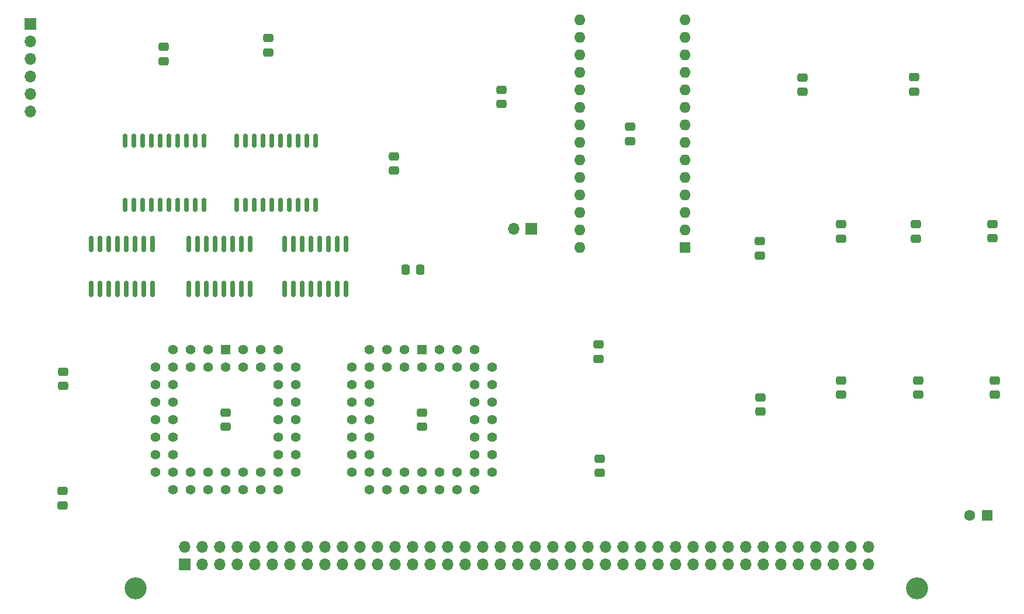
<source format=gbs>
G04 #@! TF.GenerationSoftware,KiCad,Pcbnew,8.0.4-8.0.4-0~ubuntu22.04.1*
G04 #@! TF.CreationDate,2024-08-01T15:45:40-04:00*
G04 #@! TF.ProjectId,HW_VGA,48575f56-4741-42e6-9b69-6361645f7063,1*
G04 #@! TF.SameCoordinates,Original*
G04 #@! TF.FileFunction,Soldermask,Bot*
G04 #@! TF.FilePolarity,Negative*
%FSLAX46Y46*%
G04 Gerber Fmt 4.6, Leading zero omitted, Abs format (unit mm)*
G04 Created by KiCad (PCBNEW 8.0.4-8.0.4-0~ubuntu22.04.1) date 2024-08-01 15:45:40*
%MOMM*%
%LPD*%
G01*
G04 APERTURE LIST*
G04 Aperture macros list*
%AMRoundRect*
0 Rectangle with rounded corners*
0 $1 Rounding radius*
0 $2 $3 $4 $5 $6 $7 $8 $9 X,Y pos of 4 corners*
0 Add a 4 corners polygon primitive as box body*
4,1,4,$2,$3,$4,$5,$6,$7,$8,$9,$2,$3,0*
0 Add four circle primitives for the rounded corners*
1,1,$1+$1,$2,$3*
1,1,$1+$1,$4,$5*
1,1,$1+$1,$6,$7*
1,1,$1+$1,$8,$9*
0 Add four rect primitives between the rounded corners*
20,1,$1+$1,$2,$3,$4,$5,0*
20,1,$1+$1,$4,$5,$6,$7,0*
20,1,$1+$1,$6,$7,$8,$9,0*
20,1,$1+$1,$8,$9,$2,$3,0*%
G04 Aperture macros list end*
%ADD10C,3.200000*%
%ADD11R,1.422400X1.422400*%
%ADD12C,1.422400*%
%ADD13R,1.600000X1.600000*%
%ADD14O,1.600000X1.600000*%
%ADD15R,1.700000X1.700000*%
%ADD16O,1.700000X1.700000*%
%ADD17C,1.600000*%
%ADD18RoundRect,0.250000X0.475000X-0.337500X0.475000X0.337500X-0.475000X0.337500X-0.475000X-0.337500X0*%
%ADD19RoundRect,0.250000X-0.475000X0.337500X-0.475000X-0.337500X0.475000X-0.337500X0.475000X0.337500X0*%
%ADD20RoundRect,0.150000X-0.150000X0.875000X-0.150000X-0.875000X0.150000X-0.875000X0.150000X0.875000X0*%
%ADD21RoundRect,0.150000X-0.150000X1.050000X-0.150000X-1.050000X0.150000X-1.050000X0.150000X1.050000X0*%
%ADD22RoundRect,0.250000X-0.337500X-0.475000X0.337500X-0.475000X0.337500X0.475000X-0.337500X0.475000X0*%
G04 APERTURE END LIST*
D10*
X195100000Y-144920000D03*
X81900000Y-144920000D03*
D11*
X94880000Y-110270000D03*
D12*
X94880000Y-112810000D03*
X92340000Y-110270000D03*
X92340000Y-112810000D03*
X89800000Y-110270000D03*
X89800000Y-112810000D03*
X87260000Y-110270000D03*
X84720000Y-112810000D03*
X87260000Y-112810000D03*
X84720000Y-115350000D03*
X87260000Y-115350000D03*
X84720000Y-117890000D03*
X87260000Y-117890000D03*
X84720000Y-120430000D03*
X87260000Y-120430000D03*
X84720000Y-122970000D03*
X87260000Y-122970000D03*
X84720000Y-125510000D03*
X87260000Y-125510000D03*
X84720000Y-128050000D03*
X87260000Y-130590000D03*
X87260000Y-128050000D03*
X89800000Y-130590000D03*
X89800000Y-128050000D03*
X92340000Y-130590000D03*
X92340000Y-128050000D03*
X94880000Y-130590000D03*
X94880000Y-128050000D03*
X97420000Y-130590000D03*
X97420000Y-128050000D03*
X99960000Y-130590000D03*
X99960000Y-128050000D03*
X102500000Y-130590000D03*
X105040000Y-128050000D03*
X102500000Y-128050000D03*
X105040000Y-125510000D03*
X102500000Y-125510000D03*
X105040000Y-122970000D03*
X102500000Y-122970000D03*
X105040000Y-120430000D03*
X102500000Y-120430000D03*
X105040000Y-117890000D03*
X102500000Y-117890000D03*
X105040000Y-115350000D03*
X102500000Y-115350000D03*
X105040000Y-112810000D03*
X102500000Y-110270000D03*
X102500000Y-112810000D03*
X99960000Y-110270000D03*
X99960000Y-112810000D03*
X97420000Y-110270000D03*
X97420000Y-112810000D03*
D13*
X161425000Y-95500000D03*
D14*
X161425000Y-92960000D03*
X161425000Y-90420000D03*
X161425000Y-87880000D03*
X161425000Y-85340000D03*
X161425000Y-82800000D03*
X161425000Y-80260000D03*
X161425000Y-77720000D03*
X161425000Y-75180000D03*
X161425000Y-72640000D03*
X161425000Y-70100000D03*
X161425000Y-67560000D03*
X161425000Y-65020000D03*
X161425000Y-62480000D03*
X146185000Y-62480000D03*
X146185000Y-65020000D03*
X146185000Y-67560000D03*
X146185000Y-70100000D03*
X146185000Y-72640000D03*
X146185000Y-75180000D03*
X146185000Y-77720000D03*
X146185000Y-80260000D03*
X146185000Y-82800000D03*
X146185000Y-85340000D03*
X146185000Y-87880000D03*
X146185000Y-90420000D03*
X146185000Y-92960000D03*
X146185000Y-95500000D03*
D11*
X123340000Y-110270000D03*
D12*
X123340000Y-112810000D03*
X120800000Y-110270000D03*
X120800000Y-112810000D03*
X118260000Y-110270000D03*
X118260000Y-112810000D03*
X115720000Y-110270000D03*
X113180000Y-112810000D03*
X115720000Y-112810000D03*
X113180000Y-115350000D03*
X115720000Y-115350000D03*
X113180000Y-117890000D03*
X115720000Y-117890000D03*
X113180000Y-120430000D03*
X115720000Y-120430000D03*
X113180000Y-122970000D03*
X115720000Y-122970000D03*
X113180000Y-125510000D03*
X115720000Y-125510000D03*
X113180000Y-128050000D03*
X115720000Y-130590000D03*
X115720000Y-128050000D03*
X118260000Y-130590000D03*
X118260000Y-128050000D03*
X120800000Y-130590000D03*
X120800000Y-128050000D03*
X123340000Y-130590000D03*
X123340000Y-128050000D03*
X125880000Y-130590000D03*
X125880000Y-128050000D03*
X128420000Y-130590000D03*
X128420000Y-128050000D03*
X130960000Y-130590000D03*
X133500000Y-128050000D03*
X130960000Y-128050000D03*
X133500000Y-125510000D03*
X130960000Y-125510000D03*
X133500000Y-122970000D03*
X130960000Y-122970000D03*
X133500000Y-120430000D03*
X130960000Y-120430000D03*
X133500000Y-117890000D03*
X130960000Y-117890000D03*
X133500000Y-115350000D03*
X130960000Y-115350000D03*
X133500000Y-112810000D03*
X130960000Y-110270000D03*
X130960000Y-112810000D03*
X128420000Y-110270000D03*
X128420000Y-112810000D03*
X125880000Y-110270000D03*
X125880000Y-112810000D03*
D15*
X88970000Y-141420000D03*
D16*
X88970000Y-138880000D03*
X91510000Y-141420000D03*
X91510000Y-138880000D03*
X94050000Y-141420000D03*
X94050000Y-138880000D03*
X96590000Y-141420000D03*
X96590000Y-138880000D03*
X99130000Y-141420000D03*
X99130000Y-138880000D03*
X101670000Y-141420000D03*
X101670000Y-138880000D03*
X104210000Y-141420000D03*
X104210000Y-138880000D03*
X106750000Y-141420000D03*
X106750000Y-138880000D03*
X109290000Y-141420000D03*
X109290000Y-138880000D03*
X111830000Y-141420000D03*
X111830000Y-138880000D03*
X114370000Y-141420000D03*
X114370000Y-138880000D03*
X116910000Y-141420000D03*
X116910000Y-138880000D03*
X119450000Y-141420000D03*
X119450000Y-138880000D03*
X121990000Y-141420000D03*
X121990000Y-138880000D03*
X124530000Y-141420000D03*
X124530000Y-138880000D03*
X127070000Y-141420000D03*
X127070000Y-138880000D03*
X129610000Y-141420000D03*
X129610000Y-138880000D03*
X132150000Y-141420000D03*
X132150000Y-138880000D03*
X134690000Y-141420000D03*
X134690000Y-138880000D03*
X137230000Y-141420000D03*
X137230000Y-138880000D03*
X139770000Y-141420000D03*
X139770000Y-138880000D03*
X142310000Y-141420000D03*
X142310000Y-138880000D03*
X144850000Y-141420000D03*
X144850000Y-138880000D03*
X147390000Y-141420000D03*
X147390000Y-138880000D03*
X149930000Y-141420000D03*
X149930000Y-138880000D03*
X152470000Y-141420000D03*
X152470000Y-138880000D03*
X155010000Y-141420000D03*
X155010000Y-138880000D03*
X157550000Y-141420000D03*
X157550000Y-138880000D03*
X160090000Y-141420000D03*
X160090000Y-138880000D03*
X162630000Y-141420000D03*
X162630000Y-138880000D03*
X165170000Y-141420000D03*
X165170000Y-138880000D03*
X167710000Y-141420000D03*
X167710000Y-138880000D03*
X170250000Y-141420000D03*
X170250000Y-138880000D03*
X172790000Y-141420000D03*
X172790000Y-138880000D03*
X175330000Y-141420000D03*
X175330000Y-138880000D03*
X177870000Y-141420000D03*
X177870000Y-138880000D03*
X180410000Y-141420000D03*
X180410000Y-138880000D03*
X182950000Y-141420000D03*
X182950000Y-138880000D03*
X185490000Y-141420000D03*
X185490000Y-138880000D03*
X188030000Y-141420000D03*
X188030000Y-138880000D03*
D15*
X66600000Y-63020000D03*
D16*
X66600000Y-65560000D03*
X66600000Y-68100000D03*
X66600000Y-70640000D03*
X66600000Y-73180000D03*
X66600000Y-75720000D03*
D15*
X139140000Y-92800000D03*
D16*
X136600000Y-92800000D03*
D13*
X205200000Y-134320000D03*
D17*
X202700000Y-134320000D03*
D18*
X85900000Y-68427500D03*
X85900000Y-66352500D03*
D19*
X178475000Y-70812500D03*
X178475000Y-72887500D03*
X94880000Y-119392500D03*
X94880000Y-121467500D03*
X148900000Y-109562500D03*
X148900000Y-111637500D03*
X206325000Y-114750000D03*
X206325000Y-116825000D03*
X195225000Y-114750000D03*
X195225000Y-116825000D03*
X184025000Y-114750000D03*
X184025000Y-116825000D03*
D20*
X80310000Y-79950000D03*
X81580000Y-79950000D03*
X82850000Y-79950000D03*
X84120000Y-79950000D03*
X85390000Y-79950000D03*
X86660000Y-79950000D03*
X87930000Y-79950000D03*
X89200000Y-79950000D03*
X90470000Y-79950000D03*
X91740000Y-79950000D03*
X91740000Y-89250000D03*
X90470000Y-89250000D03*
X89200000Y-89250000D03*
X87930000Y-89250000D03*
X86660000Y-89250000D03*
X85390000Y-89250000D03*
X84120000Y-89250000D03*
X82850000Y-89250000D03*
X81580000Y-89250000D03*
X80310000Y-89250000D03*
D19*
X123340000Y-119392500D03*
X123340000Y-121467500D03*
X71300000Y-130802500D03*
X71300000Y-132877500D03*
D20*
X96470000Y-79950000D03*
X97740000Y-79950000D03*
X99010000Y-79950000D03*
X100280000Y-79950000D03*
X101550000Y-79950000D03*
X102820000Y-79950000D03*
X104090000Y-79950000D03*
X105360000Y-79950000D03*
X106630000Y-79950000D03*
X107900000Y-79950000D03*
X107900000Y-89250000D03*
X106630000Y-89250000D03*
X105360000Y-89250000D03*
X104090000Y-89250000D03*
X102820000Y-89250000D03*
X101550000Y-89250000D03*
X100280000Y-89250000D03*
X99010000Y-89250000D03*
X97740000Y-89250000D03*
X96470000Y-89250000D03*
D21*
X75385000Y-95000000D03*
X76655000Y-95000000D03*
X77925000Y-95000000D03*
X79195000Y-95000000D03*
X80465000Y-95000000D03*
X81735000Y-95000000D03*
X83005000Y-95000000D03*
X84275000Y-95000000D03*
X84275000Y-101500000D03*
X83005000Y-101500000D03*
X81735000Y-101500000D03*
X80465000Y-101500000D03*
X79195000Y-101500000D03*
X77925000Y-101500000D03*
X76655000Y-101500000D03*
X75385000Y-101500000D03*
X89585000Y-95000000D03*
X90855000Y-95000000D03*
X92125000Y-95000000D03*
X93395000Y-95000000D03*
X94665000Y-95000000D03*
X95935000Y-95000000D03*
X97205000Y-95000000D03*
X98475000Y-95000000D03*
X98475000Y-101500000D03*
X97205000Y-101500000D03*
X95935000Y-101500000D03*
X94665000Y-101500000D03*
X93395000Y-101500000D03*
X92125000Y-101500000D03*
X90855000Y-101500000D03*
X89585000Y-101500000D03*
D18*
X184075000Y-94175000D03*
X184075000Y-92100000D03*
X101100000Y-67192500D03*
X101100000Y-65117500D03*
D21*
X103410000Y-95000000D03*
X104680000Y-95000000D03*
X105950000Y-95000000D03*
X107220000Y-95000000D03*
X108490000Y-95000000D03*
X109760000Y-95000000D03*
X111030000Y-95000000D03*
X112300000Y-95000000D03*
X112300000Y-101500000D03*
X111030000Y-101500000D03*
X109760000Y-101500000D03*
X108490000Y-101500000D03*
X107220000Y-101500000D03*
X105950000Y-101500000D03*
X104680000Y-101500000D03*
X103410000Y-101500000D03*
D19*
X134900000Y-72575000D03*
X134900000Y-74650000D03*
D18*
X205975000Y-94137500D03*
X205975000Y-92062500D03*
X172407500Y-119267500D03*
X172407500Y-117192500D03*
D19*
X149100000Y-126087500D03*
X149100000Y-128162500D03*
X194675000Y-70762500D03*
X194675000Y-72837500D03*
D22*
X121012500Y-98650000D03*
X123087500Y-98650000D03*
D18*
X172275000Y-96637500D03*
X172275000Y-94562500D03*
D19*
X119250000Y-82225000D03*
X119250000Y-84300000D03*
X71375000Y-113497500D03*
X71375000Y-115572500D03*
D18*
X194875000Y-94200000D03*
X194875000Y-92125000D03*
X153475000Y-80025000D03*
X153475000Y-77950000D03*
M02*

</source>
